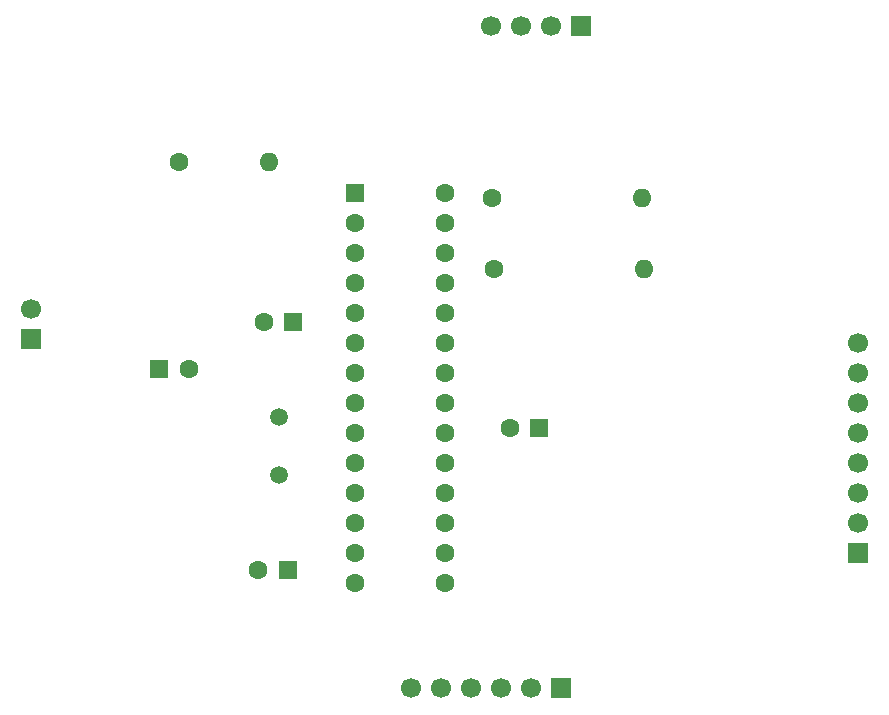
<source format=gbr>
%TF.GenerationSoftware,KiCad,Pcbnew,9.0.1*%
%TF.CreationDate,2025-06-18T06:06:39+01:00*%
%TF.ProjectId,cube_pcb,63756265-5f70-4636-922e-6b696361645f,rev?*%
%TF.SameCoordinates,Original*%
%TF.FileFunction,Soldermask,Top*%
%TF.FilePolarity,Negative*%
%FSLAX46Y46*%
G04 Gerber Fmt 4.6, Leading zero omitted, Abs format (unit mm)*
G04 Created by KiCad (PCBNEW 9.0.1) date 2025-06-18 06:06:39*
%MOMM*%
%LPD*%
G01*
G04 APERTURE LIST*
G04 Aperture macros list*
%AMRoundRect*
0 Rectangle with rounded corners*
0 $1 Rounding radius*
0 $2 $3 $4 $5 $6 $7 $8 $9 X,Y pos of 4 corners*
0 Add a 4 corners polygon primitive as box body*
4,1,4,$2,$3,$4,$5,$6,$7,$8,$9,$2,$3,0*
0 Add four circle primitives for the rounded corners*
1,1,$1+$1,$2,$3*
1,1,$1+$1,$4,$5*
1,1,$1+$1,$6,$7*
1,1,$1+$1,$8,$9*
0 Add four rect primitives between the rounded corners*
20,1,$1+$1,$2,$3,$4,$5,0*
20,1,$1+$1,$4,$5,$6,$7,0*
20,1,$1+$1,$6,$7,$8,$9,0*
20,1,$1+$1,$8,$9,$2,$3,0*%
G04 Aperture macros list end*
%ADD10C,1.600000*%
%ADD11R,1.600000X1.600000*%
%ADD12C,1.500000*%
%ADD13RoundRect,0.250000X-0.550000X-0.550000X0.550000X-0.550000X0.550000X0.550000X-0.550000X0.550000X0*%
%ADD14O,1.600000X1.600000*%
%ADD15R,1.700000X1.700000*%
%ADD16C,1.700000*%
G04 APERTURE END LIST*
D10*
%TO.C,C1*%
X124817621Y-90500000D03*
D11*
X122317621Y-90500000D03*
%TD*%
D10*
%TO.C,C3*%
X131205113Y-86500000D03*
D11*
X133705113Y-86500000D03*
%TD*%
D12*
%TO.C,Y1*%
X132500000Y-99450000D03*
X132500000Y-94570000D03*
%TD*%
D13*
%TO.C,U2*%
X138880000Y-75600000D03*
D10*
X138880000Y-78140000D03*
X138880000Y-80680000D03*
X138880000Y-83220000D03*
X138880000Y-85760000D03*
X138880000Y-88300000D03*
X138880000Y-90840000D03*
X138880000Y-93380000D03*
X138880000Y-95920000D03*
X138880000Y-98460000D03*
X138880000Y-101000000D03*
X138880000Y-103540000D03*
X138880000Y-106080000D03*
X138880000Y-108620000D03*
X146500000Y-108620000D03*
X146500000Y-106080000D03*
X146500000Y-103540000D03*
X146500000Y-101000000D03*
X146500000Y-98460000D03*
X146500000Y-95920000D03*
X146500000Y-93380000D03*
X146500000Y-90840000D03*
X146500000Y-88300000D03*
X146500000Y-85760000D03*
X146500000Y-83220000D03*
X146500000Y-80680000D03*
X146500000Y-78140000D03*
X146500000Y-75600000D03*
%TD*%
%TO.C,R3*%
X150500000Y-76000000D03*
D14*
X163200000Y-76000000D03*
%TD*%
D10*
%TO.C,R2*%
X150650000Y-82000000D03*
D14*
X163350000Y-82000000D03*
%TD*%
D10*
%TO.C,R1*%
X124000000Y-73000000D03*
D14*
X131620000Y-73000000D03*
%TD*%
D15*
%TO.C,J4*%
X111500000Y-88000000D03*
D16*
X111500000Y-85460000D03*
%TD*%
D15*
%TO.C,J3*%
X181500000Y-106080000D03*
D16*
X181500000Y-103540000D03*
X181500000Y-101000000D03*
X181500000Y-98460000D03*
X181500000Y-95920000D03*
X181500000Y-93380000D03*
X181500000Y-90840000D03*
X181500000Y-88300000D03*
%TD*%
D15*
%TO.C,J2*%
X156350000Y-117500000D03*
D16*
X153810000Y-117500000D03*
X151270000Y-117500000D03*
X148730000Y-117500000D03*
X146190000Y-117500000D03*
X143650000Y-117500000D03*
%TD*%
D15*
%TO.C,J1*%
X158080000Y-61500000D03*
D16*
X155540000Y-61500000D03*
X153000000Y-61500000D03*
X150460000Y-61500000D03*
%TD*%
D11*
%TO.C,C4*%
X133205113Y-107500000D03*
D10*
X130705113Y-107500000D03*
%TD*%
D11*
%TO.C,C2*%
X154500000Y-95500000D03*
D10*
X152000000Y-95500000D03*
%TD*%
M02*

</source>
